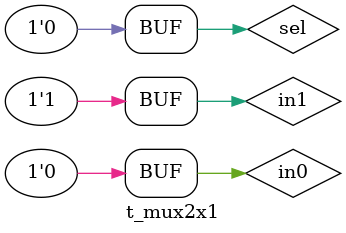
<source format=v>
`timescale 1ns / 1ps


module t_mux2x1;

	// Inputs
	reg in0;
	reg in1;
	reg sel;

	// Outputs
	wire m_out;

	// Instantiate the Unit Under Test (UUT)
	mux2x1 uut (
		.in0(in0), 
		.in1(in1), 
		.sel(sel), 
		.m_out(m_out)
	);

	initial begin
		// Initialize Inputs
		in0 = 0;
		in1 = 0;
		sel = 0;

		// Wait 100 ns for global reset to finish
		#100;
        
		// Add stimulus here
		in0=0;
		in1=1;
		sel=1;
		#50;
		sel=0;

	end
      
endmodule


</source>
